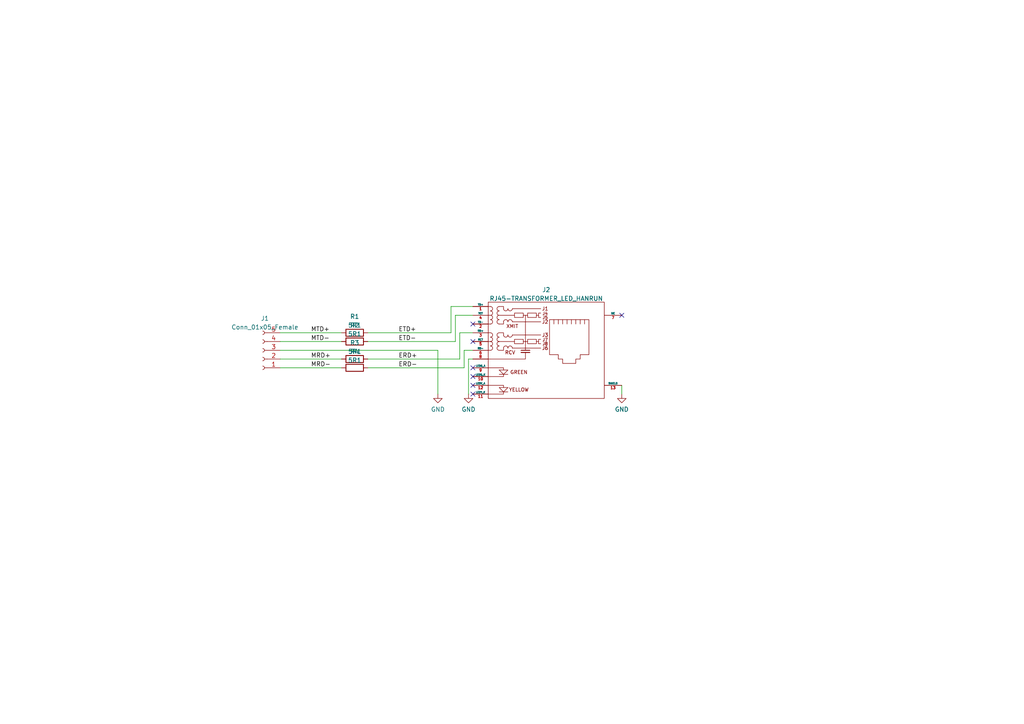
<source format=kicad_sch>
(kicad_sch (version 20211123) (generator eeschema)
  (paper "A4")
  (title_block (title "MilkV-Duo Ethernet") (date "2023-07-25") (rev "0.2") (company "Ewan Parker"))
  (lib_symbols
    (symbol "Connector:Conn_01x05_Female" (pin_names (offset 1.016) hide)
      (property "Reference" "J" (at 0 7.62 0))
      (property "Value" "Conn_01x05_Female" (at 0 -7.62 0))
      (symbol "Conn_01x05_Female_1_1"
        (arc (start 0 -4.572) (mid -0.508 -5.08) (end 0 -5.588) (stroke (width 0.1524)))
        (arc (start 0 -2.032) (mid -0.508 -2.54) (end 0 -3.048) (stroke (width 0.1524)))
        (polyline (pts (xy -1.27 -5.08) (xy -0.508 -5.08)) (stroke (width 0.1524)))
        (polyline (pts (xy -1.27 -2.54) (xy -0.508 -2.54)) (stroke (width 0.1524)))
        (polyline (pts (xy -1.27 0) (xy -0.508 0)) (stroke (width 0.1524)))
        (polyline (pts (xy -1.27 2.54) (xy -0.508 2.54)) (stroke (width 0.1524)))
        (polyline (pts (xy -1.27 5.08) (xy -0.508 5.08)) (stroke (width 0.1524)))
        (arc (start 0 0.508) (mid -0.508 0) (end 0 -0.508) (stroke (width 0.1524)))
        (arc (start 0 3.048) (mid -0.508 2.54) (end 0 2.032) (stroke (width 0.1524)))
        (arc (start 0 5.588) (mid -0.508 5.08) (end 0 4.572) (stroke (width 0.1524)))
        (pin passive line (at -5.08 5.08 0) (length 3.81) (name "Pin_1") (number "1"))
        (pin passive line (at -5.08 2.54 0) (length 3.81) (name "Pin_2") (number "2"))
        (pin passive line (at -5.08 0 0) (length 3.81) (name "Pin_3") (number "3"))
        (pin passive line (at -5.08 -2.54 0) (length 3.81) (name "Pin_4") (number "4"))
        (pin passive line (at -5.08 -5.08 0) (length 3.81) (name "Pin_5") (number "5"))
      )
    )
    (symbol "Device:R" (pin_numbers hide) (pin_names (offset 0))
      (property "Reference" "R" (at 2.032 0 90))
      (property "Value" "R" (at 0 0 90))
      (symbol "R_0_1"
        (rectangle (start -1.016 -2.54) (end 1.016 2.54) (stroke (width 0.254)))
      )
      (symbol "R_1_1"
        (pin passive line (at 0 3.81 270) (length 1.27) (name "~") (number "1"))
        (pin passive line (at 0 -3.81 90) (length 1.27) (name "~") (number "2"))
      )
    )
    (symbol "RJ45:RJ45-TRANSFORMER_LED_HANRUN" (pin_names (offset 0))
      (property "Reference" "J" (at -22.86 -15.24 0))
      (property "Value" "RJ45-TRANSFORMER_LED_HANRUN" (at 8.89 15.24 0))
      (symbol "RJ45-TRANSFORMER_LED_HANRUN_0_0"
        (polyline (pts (xy -17.78 -12.065) (xy -20.32 -12.065) (xy -20.32 -12.065)))
        (polyline (pts (xy -17.78 -6.985) (xy -20.32 -6.985) (xy -20.32 -6.985)))
        (polyline (pts (xy -12.7 2.54) (xy -12.7 0) (xy -12.7 0)))
        (polyline (pts (xy -12.7 10.16) (xy -12.7 2.54) (xy -12.7 2.54)))
        (polyline (pts (xy -11.43 -0.635) (xy -13.97 -0.635) (xy -13.97 -0.635)) (stroke (width 0.254)))
        (polyline (pts (xy -8.89 2.54) (xy -9.525 2.54) (xy -9.525 2.54)))
        (polyline (pts (xy -8.89 10.16) (xy -9.525 10.16) (xy -9.525 10.16)))
        (polyline (pts (xy -23.495 -12.7) (xy -19.05 -12.7) (xy -19.05 -12.065) (xy -19.05 -12.065)))
        (polyline (pts (xy -23.495 -10.16) (xy -19.05 -10.16) (xy -19.05 -10.795) (xy -19.05 -10.795)))
        (polyline (pts (xy -23.495 -5.08) (xy -19.05 -5.08) (xy -19.05 -5.715) (xy -19.05 -5.715)))
        (polyline (pts (xy -19.05 -6.985) (xy -19.05 -7.62) (xy -23.495 -7.62) (xy -22.86 -7.62)))
        (polyline (pts (xy -12.7 -0.635) (xy -12.7 -2.54) (xy -23.495 -2.54) (xy -22.225 -2.54)))
        (polyline (pts (xy -11.43 0) (xy -13.335 0) (xy -13.97 0) (xy -13.97 0)) (stroke (width 0.254)))
        (polyline (pts (xy -20.32 -5.715) (xy -17.78 -5.715) (xy -19.05 -6.985) (xy -20.32 -5.715) (xy -20.32 -5.715)))
        (polyline (pts (xy -17.78 -10.795) (xy -20.32 -10.795) (xy -19.05 -12.065) (xy -17.78 -10.795) (xy -17.78 -10.795)))
        (polyline (pts (xy -8.255 3.175) (xy -8.89 3.175) (xy -8.89 1.905) (xy -8.255 1.905) (xy -8.255 1.905)))
        (polyline (pts (xy -8.255 10.795) (xy -8.89 10.795) (xy -8.89 9.525) (xy -8.255 9.525) (xy -8.255 9.525)))
        (text "GREEN" (at -14.605 -6.35 0) (effects (font (size 1.016 1.016))))
        (text "J1" (at -6.985 12.065 0) (effects (font (size 1.016 1.016))))
        (text "J2" (at -6.985 8.255 0) (effects (font (size 1.016 1.016))))
        (text "J3" (at -6.985 4.445 0) (effects (font (size 1.016 1.016))))
        (text "J4" (at -6.985 10.16 0) (effects (font (size 0.889 0.889)) (justify bottom)))
        (text "J5" (at -6.985 9.525 0) (effects (font (size 0.889 0.889))))
        (text "J6" (at -6.985 0.635 0) (effects (font (size 1.016 1.016))))
        (text "J7" (at -6.985 2.54 0) (effects (font (size 0.889 0.889)) (justify bottom)))
        (text "J8" (at -6.985 1.905 0) (effects (font (size 0.889 0.889))))
        (text "RCV" (at -17.145 -0.635 0) (effects (font (size 1.016 1.016))))
        (text "XMIT" (at -16.51 6.985 0) (effects (font (size 1.016 1.016))))
        (text "YELLOW" (at -14.605 -11.43 0) (effects (font (size 1.016 1.016))))
      )
      (symbol "RJ45-TRANSFORMER_LED_HANRUN_0_1"
        (rectangle (start -23.495 -13.97) (end 10.16 13.97))
        (arc (start -22.86 0) (mid -22.225 0.635) (end -22.86 1.27))
        (arc (start -22.86 1.27) (mid -22.225 1.905) (end -22.86 2.54))
        (arc (start -22.86 2.54) (mid -22.225 3.175) (end -22.86 3.81))
        (arc (start -22.86 3.81) (mid -22.225 4.445) (end -22.86 5.08))
        (arc (start -22.86 7.62) (mid -22.225 8.255) (end -22.86 8.89))
        (arc (start -22.86 8.89) (mid -22.225 9.525) (end -22.86 10.16))
        (arc (start -22.86 10.16) (mid -22.225 10.795) (end -22.86 11.43))
        (arc (start -22.86 11.43) (mid -22.225 12.065) (end -22.86 12.7))
        (arc (start -20.32 1.27) (mid -20.955 0.635) (end -20.32 0))
        (arc (start -20.32 2.54) (mid -20.955 1.905) (end -20.32 1.27))
        (arc (start -20.32 3.81) (mid -20.955 3.175) (end -20.32 2.54))
        (arc (start -20.32 5.08) (mid -20.955 4.445) (end -20.32 3.81))
        (arc (start -20.32 8.89) (mid -20.955 8.255) (end -20.32 7.62))
        (arc (start -20.32 10.16) (mid -20.955 9.525) (end -20.32 8.89))
        (arc (start -20.32 11.43) (mid -20.955 10.795) (end -20.32 10.16))
        (arc (start -20.32 12.7) (mid -20.955 12.065) (end -20.32 11.43))
        (arc (start -19.05 4.445) (mid -18.415 3.81) (end -17.78 4.445))
        (arc (start -19.05 12.065) (mid -18.415 11.43) (end -17.78 12.065))
        (arc (start -17.78 0.635) (mid -18.415 1.27) (end -19.05 0.635))
        (arc (start -17.78 4.445) (mid -17.145 3.81) (end -16.51 4.445))
        (arc (start -17.78 8.255) (mid -18.415 8.89) (end -19.05 8.255))
        (arc (start -17.78 12.065) (mid -17.145 11.43) (end -16.51 12.065))
        (arc (start -16.51 0.635) (mid -17.145 1.27) (end -17.78 0.635))
        (arc (start -16.51 8.255) (mid -17.145 8.89) (end -17.78 8.255))
        (rectangle (start -15.875 3.175) (end -13.335 1.905))
        (rectangle (start -15.875 10.795) (end -13.335 9.525))
        (rectangle (start -12.065 3.175) (end -9.525 1.905))
        (rectangle (start -12.065 10.795) (end -9.525 9.525))
        (polyline (pts (xy -22.86 0) (xy -23.495 0) (xy -23.495 0)))
        (polyline (pts (xy -22.86 2.54) (xy -23.495 2.54) (xy -23.495 2.54)))
        (polyline (pts (xy -22.86 5.08) (xy -23.495 5.08) (xy -23.495 5.08)))
        (polyline (pts (xy -22.86 7.62) (xy -23.495 7.62) (xy -23.495 7.62)))
        (polyline (pts (xy -22.86 10.16) (xy -23.495 10.16) (xy -23.495 10.16)))
        (polyline (pts (xy -16.51 0.635) (xy -8.255 0.635) (xy -8.255 0.635)))
        (polyline (pts (xy -16.51 4.445) (xy -8.255 4.445) (xy -8.255 4.445)))
        (polyline (pts (xy -16.51 8.255) (xy -8.255 8.255) (xy -8.255 8.255)))
        (polyline (pts (xy -16.51 12.065) (xy -8.255 12.065) (xy -8.255 12.065)))
        (polyline (pts (xy -13.335 2.54) (xy -12.065 2.54) (xy -12.065 2.54)))
        (polyline (pts (xy -13.335 10.16) (xy -12.065 10.16) (xy -12.065 10.16)))
        (polyline (pts (xy -4.445 7.62) (xy -4.445 8.89) (xy -4.445 8.89)))
        (polyline (pts (xy -3.175 8.89) (xy -3.175 7.62) (xy -3.175 7.62)))
        (polyline (pts (xy -1.905 8.89) (xy -1.905 7.62) (xy -1.905 7.62)))
        (polyline (pts (xy -0.635 8.89) (xy -0.635 7.62) (xy -0.635 7.62)))
        (polyline (pts (xy 0.635 8.89) (xy 0.635 7.62) (xy 0.635 7.62)))
        (polyline (pts (xy 1.905 8.89) (xy 1.905 7.62) (xy 1.905 7.62)))
        (polyline (pts (xy 3.175 7.62) (xy 3.175 8.89) (xy 3.175 8.89)))
        (polyline (pts (xy 4.445 7.62) (xy 4.445 8.89) (xy 4.445 8.89)))
        (polyline (pts (xy -22.86 12.7) (xy -23.495 12.7) (xy -23.495 12.7) (xy -23.495 12.7)))
        (polyline (pts (xy -19.05 0.635) (xy -19.05 0) (xy -20.32 0) (xy -20.32 0)))
        (polyline (pts (xy -19.05 8.255) (xy -19.05 7.62) (xy -20.32 7.62) (xy -20.32 7.62)))
        (polyline (pts (xy -15.875 2.54) (xy -20.32 2.54) (xy -20.32 2.54) (xy -20.32 2.54)))
        (polyline (pts (xy -15.875 10.16) (xy -20.32 10.16) (xy -20.32 10.16) (xy -20.32 10.16)))
        (polyline (pts (xy -20.32 5.08) (xy -19.05 5.08) (xy -19.05 4.445) (xy -19.05 4.445) (xy -19.05 4.445) (xy -19.05 4.445)))
        (polyline (pts (xy -20.32 12.7) (xy -19.05 12.7) (xy -19.05 12.065) (xy -19.05 12.065) (xy -19.05 12.065) (xy -19.05 12.065)))
        (polyline (pts (xy -5.715 8.89) (xy 5.715 8.89) (xy 5.715 -1.27) (xy 3.175 -1.27) (xy 3.175 -2.54) (xy 1.905 -2.54) (xy 1.905 -3.81) (xy -1.905 -3.81) (xy -1.905 -2.54) (xy -3.175 -2.54) (xy -3.175 -1.27) (xy -5.715 -1.27) (xy -5.715 8.89) (xy -5.715 8.89)))
      )
      (symbol "RJ45-TRANSFORMER_LED_HANRUN_1_1"
        (pin passive line (at -27.94 12.7 0) (length 4.445) (name "TD+") (number "1"))
        (pin passive line (at -27.94 -7.62 0) (length 4.445) (name "LEDG_K") (number "10"))
        (pin passive line (at -27.94 -12.7 0) (length 4.445) (name "LEDY_K") (number "11"))
        (pin passive line (at -27.94 -10.16 0) (length 4.445) (name "LEDY_A") (number "12"))
        (pin passive line (at 15.24 -10.16 180) (length 5.08) (name "SHIELD") (number "13"))
        (pin passive line (at -27.94 7.62 0) (length 4.445) (name "TD-") (number "2"))
        (pin passive line (at -27.94 5.08 0) (length 4.445) (name "RD+") (number "3"))
        (pin passive line (at -27.94 10.16 0) (length 4.445) (name "TCT") (number "4"))
        (pin passive line (at -27.94 2.54 0) (length 4.445) (name "RCT") (number "5"))
        (pin passive line (at -27.94 0 0) (length 4.445) (name "RD-") (number "6"))
        (pin passive line (at 15.24 10.16 180) (length 5.08) (name "NC") (number "7"))
        (pin passive line (at -27.94 -2.54 0) (length 4.445) (name "~") (number "8"))
        (pin passive line (at -27.94 -5.08 0) (length 4.445) (name "LEDG_A") (number "9"))
      )
    )
    (symbol "power:GND" (power) (pin_names (offset 0))
      (property "Value" "GND" (at 0 -3.81 0))
      (symbol "GND_0_1"
        (polyline (pts (xy 0 0) (xy 0 -1.27) (xy 1.27 -1.27) (xy 0 -2.54) (xy -1.27 -1.27) (xy 0 -1.27)))
      )
      (symbol "GND_1_1"
        (pin power_in line (at 0 0 270) (length 0) hide (name "GND") (number "1"))
      )
    )
  )
  (no_connect (at 180.34 91.44))
  (no_connect (at 137.16 106.68))
  (no_connect (at 137.16 111.76))
  (no_connect (at 137.16 93.98))
  (no_connect (at 137.16 99.06))
  (no_connect (at 137.16 114.3))
  (no_connect (at 137.16 109.22))
  (wire (pts (xy 135.89 104.14) (xy 135.89 114.3)))
  (wire (pts (xy 130.81 88.9) (xy 137.16 88.9)))
  (wire (pts (xy 130.81 96.52) (xy 130.81 88.9)))
  (wire (pts (xy 81.28 104.14) (xy 99.06 104.14)))
  (wire (pts (xy 137.16 101.6) (xy 134.62 101.6)))
  (wire (pts (xy 106.68 104.14) (xy 133.35 104.14)))
  (wire (pts (xy 137.16 91.44) (xy 132.08 91.44)))
  (wire (pts (xy 133.35 96.52) (xy 137.16 96.52)))
  (wire (pts (xy 127 114.3) (xy 127 101.6)))
  (wire (pts (xy 106.68 96.52) (xy 130.81 96.52)))
  (wire (pts (xy 134.62 101.6) (xy 134.62 106.68)))
  (wire (pts (xy 81.28 99.06) (xy 99.06 99.06)))
  (wire (pts (xy 81.28 96.52) (xy 99.06 96.52)))
  (wire (pts (xy 132.08 91.44) (xy 132.08 99.06)))
  (wire (pts (xy 132.08 99.06) (xy 106.68 99.06)))
  (wire (pts (xy 133.35 104.14) (xy 133.35 96.52)))
  (wire (pts (xy 134.62 106.68) (xy 106.68 106.68)))
  (wire (pts (xy 137.16 104.14) (xy 135.89 104.14)))
  (wire (pts (xy 180.34 111.76) (xy 180.34 114.3)))
  (wire (pts (xy 81.28 106.68) (xy 99.06 106.68)))
  (wire (pts (xy 81.28 101.6) (xy 127 101.6)))
  (label "ERD-" (at 115.57 106.68 0))
  (label "ETD+" (at 115.57 96.52 0))
  (label "MTD+" (at 90.17 96.52 0))
  (label "MRD+" (at 90.17 104.14 0))
  (label "ERD+" (at 115.57 104.14 0))
  (label "MTD-" (at 90.17 99.06 0))
  (label "MRD-" (at 90.17 106.68 0))
  (label "ETD-" (at 115.57 99.06 0))
  (symbol (lib_id "Device:R") (at 102.87 104.14 90) (unit 1)
    (property "Reference" "R3" (at 102.87 99.4242 90))
    (property "Value" "5R1" (at 102.87 101.9611 90))
    (property "Footprint" "Resistor_SMD:R_0603_1608Metric_Pad0.98x0.95mm_HandSolder" (effects hide))
  )
  (symbol (lib_id "Device:R") (at 102.87 106.68 90) (unit 1)
    (property "Reference" "R4" (at 102.87 101.9642 90))
    (property "Value" "5R1" (at 102.87 104.5011 90))
    (property "Footprint" "Resistor_SMD:R_0603_1608Metric_Pad0.98x0.95mm_HandSolder" (effects hide))
  )
  (symbol (lib_id "RJ45:RJ45-TRANSFORMER_LED_HANRUN") (at 165.1 101.6 0) (unit 1)
    (property "Reference" "J2" (at 158.4325 84.0572 0))
    (property "Value" "RJ45-TRANSFORMER_LED_HANRUN" (at 158.4325 86.5941 0))
    (property "Footprint" "RJ45:RJ45_HR911105A" (effects hide))
  )
  (symbol (lib_id "power:GND") (at 135.89 114.3 0) (unit 1)
    (property "Reference" "#PWR0104" (effects hide))
    (property "Value" "GND" (at 135.89 118.7434 0))
  )
  (symbol (lib_id "Connector:Conn_01x05_Female") (at 76.2 101.6 180) (unit 1)
    (property "Reference" "J1" (at 76.835 92.363 0))
    (property "Value" "Conn_01x05_Female" (at 76.835 94.8999 0))
    (property "Footprint" "Connector_PinSocket_2.54mm:PinSocket_1x05_P2.54mm_Horizontal" (effects hide))
  )
  (symbol (lib_id "power:GND") (at 180.34 114.3 0) (unit 1)
    (property "Reference" "#PWR0101" (effects hide))
    (property "Value" "GND" (at 180.34 118.7434 0))
  )
  (symbol (lib_id "power:GND") (at 127 114.3 0) (unit 1)
    (property "Reference" "#PWR0103" (effects hide))
    (property "Value" "GND" (at 127 118.7434 0))
  )
  (symbol (lib_id "Device:R") (at 102.87 96.52 90) (unit 1)
    (property "Reference" "R1" (at 102.87 91.8042 90))
    (property "Value" "5R1" (at 102.87 94.3411 90))
    (property "Footprint" "Resistor_SMD:R_0603_1608Metric_Pad0.98x0.95mm_HandSolder" (effects hide))
  )
  (symbol (lib_id "Device:R") (at 102.87 99.06 90) (unit 1)
    (property "Reference" "R2" (at 102.87 94.3442 90))
    (property "Value" "5R1" (at 102.87 96.8811 90))
    (property "Footprint" "Resistor_SMD:R_0603_1608Metric_Pad0.98x0.95mm_HandSolder" (effects hide))
  )
)
</source>
